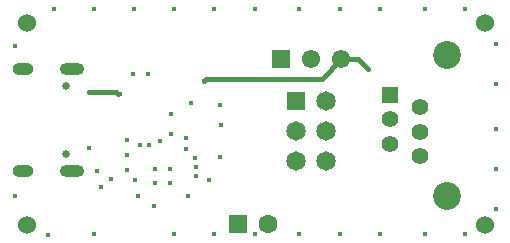
<source format=gbr>
%TF.GenerationSoftware,Altium Limited,Altium Designer,24.4.1 (13)*%
G04 Layer_Physical_Order=3*
G04 Layer_Color=16440176*
%FSLAX45Y45*%
%MOMM*%
%TF.SameCoordinates,F106AC90-439F-428E-8782-533256F23A0D*%
%TF.FilePolarity,Positive*%
%TF.FileFunction,Copper,L3,Inr,Signal*%
%TF.Part,Single*%
G01*
G75*
%TA.AperFunction,Conductor*%
%ADD10C,0.15240*%
%ADD33C,0.40000*%
%TA.AperFunction,ComponentPad*%
%ADD38C,1.55000*%
%ADD39R,1.55000X1.55000*%
%TA.AperFunction,ViaPad*%
%ADD40C,1.52400*%
%TA.AperFunction,ComponentPad*%
%ADD41C,1.40000*%
%ADD42R,1.40000X1.40000*%
%ADD43C,2.36000*%
%TA.AperFunction,TestPad*%
%ADD44O,2.10000X1.00000*%
%ADD45C,0.65000*%
%ADD46O,1.80000X1.00000*%
%TA.AperFunction,ComponentPad*%
%ADD47R,1.65000X1.65000*%
%ADD48C,1.65000*%
%ADD49R,1.60000X1.60000*%
%ADD50C,1.60000*%
%TA.AperFunction,ViaPad*%
%ADD51C,0.45000*%
%ADD52C,0.40000*%
D10*
X963300Y1290000D02*
X970000D01*
D33*
X960000Y1300000D02*
X970000Y1290000D01*
X730000Y1300000D02*
X960000D01*
X1700000Y1400000D02*
X1701353D01*
X1718853Y1417500D02*
X2696500D01*
X2864000Y1585000D01*
X1701353Y1400000D02*
X1718853Y1417500D01*
X3002853Y1584647D02*
X3087500Y1500000D01*
X2864000Y1585000D02*
X2864353Y1584647D01*
X3002853D01*
D38*
X2864000Y1585000D02*
D03*
X2610000D02*
D03*
D39*
X2356000D02*
D03*
D40*
X4080000Y180000D02*
D03*
Y1890000D02*
D03*
X200000D02*
D03*
Y180000D02*
D03*
D41*
X3275981Y1071016D02*
D03*
X3529981Y1173016D02*
D03*
Y969016D02*
D03*
Y765016D02*
D03*
X3275981Y867016D02*
D03*
D42*
Y1275016D02*
D03*
D43*
X3759981Y1620016D02*
D03*
Y420016D02*
D03*
D44*
X585350Y634200D02*
D03*
Y1498200D02*
D03*
D45*
X535350Y1355200D02*
D03*
Y777200D02*
D03*
D46*
X167350Y1498200D02*
D03*
Y634200D02*
D03*
D47*
X2483000Y1224000D02*
D03*
D48*
X2737000D02*
D03*
X2483000Y970000D02*
D03*
Y716000D02*
D03*
X2737000Y970000D02*
D03*
Y716000D02*
D03*
D49*
X1993000Y190000D02*
D03*
D50*
X2247000D02*
D03*
D51*
X990000Y1285000D02*
D03*
X3087500Y1500000D02*
D03*
X1330000Y887500D02*
D03*
X1622500Y745000D02*
D03*
X1545000Y912500D02*
D03*
Y820000D02*
D03*
X910000Y565000D02*
D03*
X1120000Y562500D02*
D03*
X381000Y96520D02*
D03*
X4170000Y310000D02*
D03*
Y990000D02*
D03*
Y650000D02*
D03*
Y1370000D02*
D03*
Y1710000D02*
D03*
X770000Y100000D02*
D03*
X2130000D02*
D03*
X1790000D02*
D03*
X1450000D02*
D03*
X3190000D02*
D03*
X2850000D02*
D03*
X2510000D02*
D03*
X3570000D02*
D03*
X3910000D02*
D03*
Y2010000D02*
D03*
X3570000D02*
D03*
X2510000D02*
D03*
X2850000D02*
D03*
X3190000D02*
D03*
X1450000D02*
D03*
X1790000D02*
D03*
X2130000D02*
D03*
X1110000D02*
D03*
X770000D02*
D03*
X430000D02*
D03*
X100000Y1690000D02*
D03*
Y420000D02*
D03*
X1840000Y750000D02*
D03*
X1630000Y670000D02*
D03*
Y590000D02*
D03*
X1562500Y425000D02*
D03*
X1845000Y1027500D02*
D03*
X1840000Y1195000D02*
D03*
X1590000Y1210000D02*
D03*
X1420000Y947500D02*
D03*
X1422500Y1120000D02*
D03*
X1700000Y1400000D02*
D03*
X1050000Y900000D02*
D03*
X797500Y635000D02*
D03*
X832500Y495000D02*
D03*
X1050000Y770000D02*
D03*
X1410000Y530000D02*
D03*
Y650000D02*
D03*
X1290000Y530000D02*
D03*
Y650000D02*
D03*
X1050000Y640000D02*
D03*
X1740000Y560000D02*
D03*
X1139312Y422034D02*
D03*
X1239400Y855200D02*
D03*
X1160000D02*
D03*
X1275000Y335215D02*
D03*
X1230000Y1460000D02*
D03*
X1100000D02*
D03*
D52*
X730000Y830000D02*
D03*
%TF.MD5,6337f6546aeb78167f1cc2eb19475540*%
M02*

</source>
